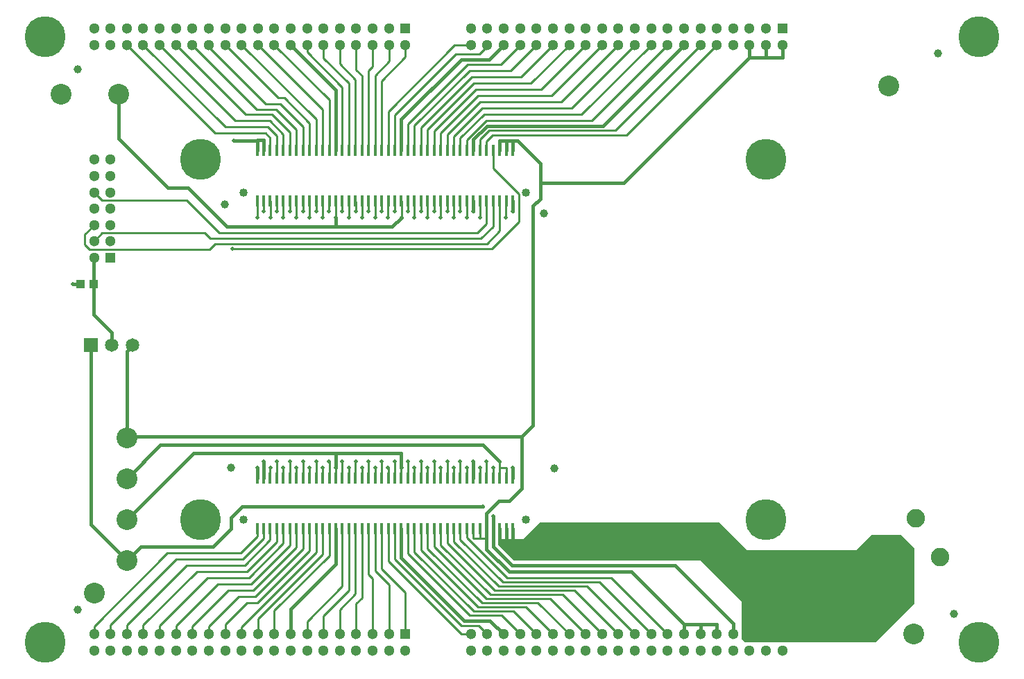
<source format=gtl>
G04 Layer_Physical_Order=1*
G04 Layer_Color=255*
%FSLAX25Y25*%
%MOIN*%
G70*
G01*
G75*
%ADD10R,0.03937X0.03937*%
%ADD11R,0.01811X0.05709*%
%ADD12C,0.03937*%
%ADD13C,0.01600*%
%ADD14C,0.01000*%
%ADD15C,0.10000*%
%ADD16C,0.06500*%
%ADD17R,0.06500X0.06500*%
%ADD18C,0.05118*%
%ADD19R,0.05118X0.05118*%
%ADD20R,0.05118X0.05118*%
%ADD21C,0.04016*%
%ADD22C,0.19685*%
%ADD23C,0.08858*%
%ADD24C,0.02000*%
G36*
X337589Y44389D02*
X390058Y44389D01*
X397244Y51575D01*
X411417D01*
X417717Y45276D01*
Y18504D01*
X399213Y0D01*
X336221D01*
X334646Y1575D01*
X334646Y19632D01*
X314978Y39300D01*
X225578Y39300D01*
X217717Y47161D01*
X217717Y49606D01*
X229906Y49606D01*
X238089Y57789D01*
X324189D01*
X337589Y44389D01*
D02*
G37*
D10*
X23550Y172300D02*
D03*
X17250D02*
D03*
D11*
X161811Y54783D02*
D03*
Y79075D02*
D03*
X158661Y54783D02*
D03*
Y79075D02*
D03*
X155512Y54783D02*
D03*
Y79075D02*
D03*
X152362Y54783D02*
D03*
Y79075D02*
D03*
X149213Y54783D02*
D03*
Y79075D02*
D03*
X146063Y54783D02*
D03*
Y79075D02*
D03*
X142913Y54783D02*
D03*
Y79075D02*
D03*
X139764Y54783D02*
D03*
Y79075D02*
D03*
X136614Y54783D02*
D03*
Y79075D02*
D03*
X133465D02*
D03*
X130315Y54783D02*
D03*
Y79075D02*
D03*
X127165Y54783D02*
D03*
Y79075D02*
D03*
X124016Y54783D02*
D03*
Y79075D02*
D03*
X120866Y54783D02*
D03*
Y79075D02*
D03*
X117717Y54783D02*
D03*
Y79075D02*
D03*
X114567Y54783D02*
D03*
Y79075D02*
D03*
X111417Y54783D02*
D03*
Y79075D02*
D03*
X108268Y54783D02*
D03*
Y79075D02*
D03*
X105118Y54783D02*
D03*
Y79075D02*
D03*
X101969Y54783D02*
D03*
Y79075D02*
D03*
X133465Y54783D02*
D03*
X196457D02*
D03*
X164961Y79075D02*
D03*
Y54783D02*
D03*
X168110Y79075D02*
D03*
Y54783D02*
D03*
X171260Y79075D02*
D03*
Y54783D02*
D03*
X174409Y79075D02*
D03*
Y54783D02*
D03*
X177559Y79075D02*
D03*
Y54783D02*
D03*
X180709Y79075D02*
D03*
Y54783D02*
D03*
X183858Y79075D02*
D03*
Y54783D02*
D03*
X187008Y79075D02*
D03*
Y54783D02*
D03*
X190157Y79075D02*
D03*
Y54783D02*
D03*
X193307Y79075D02*
D03*
Y54783D02*
D03*
X196457Y79075D02*
D03*
X199606D02*
D03*
Y54783D02*
D03*
X202756Y79075D02*
D03*
Y54783D02*
D03*
X205906Y79075D02*
D03*
Y54783D02*
D03*
X209055Y79075D02*
D03*
Y54783D02*
D03*
X212205Y79075D02*
D03*
Y54783D02*
D03*
X215354Y79075D02*
D03*
Y54783D02*
D03*
X218504Y79075D02*
D03*
Y54783D02*
D03*
X221654Y79075D02*
D03*
Y54783D02*
D03*
X224803Y79075D02*
D03*
Y54783D02*
D03*
Y212264D02*
D03*
Y236555D02*
D03*
X221654Y212264D02*
D03*
Y236555D02*
D03*
X218504Y212264D02*
D03*
Y236555D02*
D03*
X215354Y212264D02*
D03*
Y236555D02*
D03*
X212205Y212264D02*
D03*
Y236555D02*
D03*
X209055Y212264D02*
D03*
Y236555D02*
D03*
X205906Y212264D02*
D03*
Y236555D02*
D03*
X202756Y212264D02*
D03*
Y236555D02*
D03*
X199606Y212264D02*
D03*
Y236555D02*
D03*
X196457D02*
D03*
X193307Y212264D02*
D03*
Y236555D02*
D03*
X190157Y212264D02*
D03*
Y236555D02*
D03*
X187008Y212264D02*
D03*
Y236555D02*
D03*
X183858Y212264D02*
D03*
Y236555D02*
D03*
X180709Y212264D02*
D03*
Y236555D02*
D03*
X177559Y212264D02*
D03*
Y236555D02*
D03*
X174409Y212264D02*
D03*
Y236555D02*
D03*
X171260Y212264D02*
D03*
Y236555D02*
D03*
X168110Y212264D02*
D03*
Y236555D02*
D03*
X164961Y212264D02*
D03*
Y236555D02*
D03*
X196457Y212264D02*
D03*
X133465D02*
D03*
X101969Y236555D02*
D03*
Y212264D02*
D03*
X105118Y236555D02*
D03*
Y212264D02*
D03*
X108268Y236555D02*
D03*
Y212264D02*
D03*
X111417Y236555D02*
D03*
Y212264D02*
D03*
X114567Y236555D02*
D03*
Y212264D02*
D03*
X117717Y236555D02*
D03*
Y212264D02*
D03*
X120866Y236555D02*
D03*
Y212264D02*
D03*
X124016Y236555D02*
D03*
Y212264D02*
D03*
X127165Y236555D02*
D03*
Y212264D02*
D03*
X130315Y236555D02*
D03*
Y212264D02*
D03*
X133465Y236555D02*
D03*
X136614D02*
D03*
Y212264D02*
D03*
X139764Y236555D02*
D03*
Y212264D02*
D03*
X142913Y236555D02*
D03*
Y212264D02*
D03*
X146063Y236555D02*
D03*
Y212264D02*
D03*
X149213Y236555D02*
D03*
Y212264D02*
D03*
X152362Y236555D02*
D03*
Y212264D02*
D03*
X155512Y236555D02*
D03*
Y212264D02*
D03*
X158661Y236555D02*
D03*
Y212264D02*
D03*
X161811Y236555D02*
D03*
Y212264D02*
D03*
D12*
X15748Y275590D02*
D03*
X429134Y283465D02*
D03*
X436900Y13800D02*
D03*
X15748Y15748D02*
D03*
X86600Y210800D02*
D03*
X239900Y206500D02*
D03*
X244900Y83800D02*
D03*
X89600Y84100D02*
D03*
D13*
X22133Y56607D02*
Y142958D01*
Y56607D02*
X39370Y39370D01*
X89400Y54600D02*
Y60000D01*
X80800Y46000D02*
X89400Y54600D01*
X46000Y46000D02*
X80800D01*
X39370Y39370D02*
X46000Y46000D01*
X89400Y60000D02*
X94900Y65500D01*
X210600D01*
X39370Y59055D02*
X71415Y91100D01*
X39370Y78740D02*
X55530Y94900D01*
X39370Y140195D02*
X42133Y142958D01*
X39370Y98425D02*
Y140195D01*
Y98425D02*
X39945Y99000D01*
X229000D01*
X215354Y60754D02*
X215400Y60800D01*
X215354Y54783D02*
Y60754D01*
X229000Y99000D02*
X234500Y104500D01*
Y210000D01*
X238000Y213500D01*
Y221000D01*
X227200Y241300D02*
X238000Y230500D01*
Y221000D02*
Y230500D01*
Y221000D02*
X278200D01*
X229000Y74000D02*
Y99000D01*
X223000Y68000D02*
X229000Y74000D01*
X218000Y68000D02*
X223000D01*
X101969Y241571D02*
X105118D01*
X101969Y236555D02*
Y241571D01*
X90700Y241500D02*
X101811D01*
X213571Y280500D02*
X220473Y287402D01*
X200000Y280500D02*
X213571D01*
X171260Y251760D02*
X200000Y280500D01*
X171260Y236555D02*
Y251760D01*
X139764Y236555D02*
Y265748D01*
X118110Y287402D02*
X139764Y265748D01*
X268185Y248500D02*
X307087Y287402D01*
X212500Y248500D02*
X268185D01*
X205906Y241905D02*
X212500Y248500D01*
X205906Y236555D02*
Y241905D01*
X139800Y91100D02*
X171260D01*
X213910Y10500D02*
X220473Y3937D01*
X201500Y10500D02*
X213910D01*
X171260Y40740D02*
X201500Y10500D01*
X171260Y40740D02*
Y54783D01*
X281900Y34000D02*
X307087Y8813D01*
X223000Y34000D02*
X281900D01*
X212205Y44795D02*
X223000Y34000D01*
X302900Y37000D02*
X330709Y9191D01*
X224400Y37000D02*
X302900D01*
X215354Y46046D02*
X224400Y37000D01*
X118110Y3937D02*
Y16010D01*
X139764Y37664D01*
Y54783D01*
X210500Y94900D02*
X218500Y86900D01*
X55530Y94900D02*
X210500D01*
X35433Y242367D02*
X59200Y218600D01*
X35433Y242367D02*
Y263779D01*
X314961Y8813D02*
X322835D01*
X314961Y3937D02*
Y8813D01*
X322835Y3937D02*
Y8813D01*
X330709Y3937D02*
Y9191D01*
X346457Y281383D02*
X354331D01*
Y287402D01*
X307087Y8813D02*
X314961D01*
X212205Y50100D02*
Y54783D01*
Y44795D02*
Y50100D01*
X307087Y3937D02*
Y8813D01*
X215354Y46046D02*
Y54783D01*
X346457Y281383D02*
Y287402D01*
X338583Y281383D02*
X346457D01*
X338583D02*
Y287402D01*
X278200Y221000D02*
X338583Y281383D01*
X23550Y157550D02*
Y174600D01*
Y157550D02*
X32133Y148967D01*
Y142958D02*
Y148967D01*
X13500Y172300D02*
X17250D01*
X23550Y184968D02*
X23622Y185039D01*
X23550Y174600D02*
Y184968D01*
X59200Y218600D02*
X68800D01*
X87400Y200000D01*
X139800D01*
X71415Y91100D02*
X139800D01*
Y84100D02*
Y91100D01*
Y200000D02*
X166900D01*
X139800D02*
Y204400D01*
X166900Y200000D02*
X171300Y204400D01*
X212205Y62205D02*
X218000Y68000D01*
X212205Y54783D02*
Y62205D01*
X171260Y84140D02*
Y91100D01*
X224400Y42200D02*
X224803Y42603D01*
Y54783D01*
X221400Y45200D02*
X224400Y42200D01*
X218504Y48096D02*
X221400Y45200D01*
X221654Y45454D01*
Y54783D01*
X389118Y23622D02*
X406646Y41150D01*
X370079Y23622D02*
X389118D01*
X351501Y42200D02*
X370079Y23622D01*
X224400Y42200D02*
X351501D01*
X218504Y48096D02*
Y54783D01*
X224800Y84100D02*
X224803Y79075D01*
X205900Y86900D02*
X205906Y86895D01*
Y79075D02*
Y86895D01*
X105100Y86900D02*
X105118Y86882D01*
Y79075D02*
Y86882D01*
X101969Y84069D02*
X102000Y84100D01*
X101969Y79075D02*
Y84069D01*
X224803Y241300D02*
X227200D01*
X224803Y236555D02*
Y241300D01*
X221654D02*
X224803D01*
X221654Y236555D02*
Y241300D01*
X218504D02*
X221654D01*
X218504Y236555D02*
Y241300D01*
X105118Y236555D02*
Y241571D01*
X224800Y212261D02*
X224803Y212264D01*
X224800Y207300D02*
Y212261D01*
X205900Y212258D02*
X205906Y212264D01*
X205900Y207300D02*
Y212258D01*
D14*
X108268Y236555D02*
Y242732D01*
X106000Y245000D02*
X108268Y242732D01*
X81772Y245000D02*
X106000D01*
X218945Y278000D02*
X228346Y287402D01*
X203000Y278000D02*
X218945D01*
X174409Y249409D02*
X203000Y278000D01*
X208800Y283000D02*
X212598Y286798D01*
X197500Y283000D02*
X208800D01*
X168110Y253610D02*
X197500Y283000D01*
X168110Y236555D02*
Y253610D01*
X196902Y287402D02*
X204724D01*
X164961Y255461D02*
X196902Y287402D01*
X164961Y236555D02*
Y255461D01*
X274059Y246500D02*
X314961Y287402D01*
X213500Y246500D02*
X274059D01*
X209055Y242055D02*
X213500Y246500D01*
X279433Y244000D02*
X322835Y287402D01*
X215000Y244000D02*
X279433D01*
X212205Y241205D02*
X215000Y244000D01*
X146063Y84063D02*
X146100Y84100D01*
X152362Y84062D02*
X152400Y84100D01*
X149213Y86813D02*
X149300Y86900D01*
X149213Y79075D02*
Y86813D01*
X208535Y8000D02*
X212598Y3937D01*
X200000Y8000D02*
X208535D01*
X168110Y39890D02*
X200000Y8000D01*
X168110Y39890D02*
Y54783D01*
X200063Y3937D02*
X204724D01*
X164961Y39039D02*
X200063Y3937D01*
X164961Y39039D02*
Y54783D01*
X219284Y13000D02*
X228346Y3937D01*
X204000Y13000D02*
X219284D01*
X174409Y42591D02*
X204000Y13000D01*
X225157Y15000D02*
X236221Y3937D01*
X206000Y15000D02*
X225157D01*
X177559Y43441D02*
X206000Y15000D01*
X231031Y17000D02*
X244094Y3937D01*
X208000Y17000D02*
X231031D01*
X180709Y44291D02*
X208000Y17000D01*
X236906Y19000D02*
X251969Y3937D01*
X210000Y19000D02*
X236906D01*
X183858Y45142D02*
X210000Y19000D01*
X242779Y21000D02*
X259842Y3937D01*
X212000Y21000D02*
X242779D01*
X187008Y45992D02*
X212000Y21000D01*
X248654Y23000D02*
X267717Y3937D01*
X214000Y23000D02*
X248654D01*
X190157Y46843D02*
X214000Y23000D01*
X254528Y25000D02*
X275591Y3937D01*
X216000Y25000D02*
X254528D01*
X193307Y47693D02*
X216000Y25000D01*
X260402Y27000D02*
X283465Y3937D01*
X218000Y27000D02*
X260402D01*
X196457Y48543D02*
X218000Y27000D01*
X266276Y29000D02*
X291339Y3937D01*
X220000Y29000D02*
X266276D01*
X199606Y49394D02*
X220000Y29000D01*
X272150Y31000D02*
X299213Y3937D01*
X222000Y31000D02*
X272150D01*
X202756Y50244D02*
X222000Y31000D01*
X202756Y84056D02*
X202900Y84200D01*
X202756Y79075D02*
Y84056D01*
X227700Y202300D02*
Y215700D01*
X214700Y189300D02*
X227700Y202300D01*
X90100Y189300D02*
X214700D01*
X212404Y191800D02*
X218504Y197900D01*
X81900Y191800D02*
X212404D01*
X79100Y189000D02*
X81900Y191800D01*
X209500Y194300D02*
X215354Y200154D01*
X79500Y194300D02*
X209500D01*
X76900Y196900D02*
X79500Y194300D01*
X207805Y197000D02*
X212205Y201400D01*
X83700Y197000D02*
X207805D01*
X68100Y212600D02*
X83700Y197000D01*
X27609Y196900D02*
X76900D01*
X21400Y189000D02*
X79100D01*
X19100Y191300D02*
X21400Y189000D01*
X19100Y191300D02*
Y196265D01*
X23622Y200787D01*
Y192913D02*
X27609Y196900D01*
X27558Y212600D02*
X68100D01*
X23622Y216535D02*
X27558Y212600D01*
X209055Y50100D02*
X212205D01*
X209055D02*
Y54783D01*
X205906Y50100D02*
X209055D01*
X205906D02*
Y54783D01*
X218504Y84100D02*
Y86896D01*
Y79075D02*
Y84100D01*
X221654D01*
Y79075D02*
Y84100D01*
X218500Y86900D02*
X218504Y86896D01*
X171260Y79075D02*
Y84140D01*
X174409Y42591D02*
Y54783D01*
X177559Y43441D02*
Y54783D01*
X180709Y44291D02*
Y54783D01*
X183858Y45142D02*
Y54783D01*
X187008Y45992D02*
Y54783D01*
X190157Y46843D02*
Y54783D01*
X193307Y47693D02*
Y54783D01*
X196457Y48543D02*
Y54783D01*
X199606Y49394D02*
Y54783D01*
X202756Y50244D02*
Y54783D01*
X136614Y41614D02*
Y54783D01*
X110236Y15236D02*
X136614Y41614D01*
X110236Y3937D02*
Y15236D01*
X133465Y42465D02*
Y54783D01*
X102362Y11362D02*
X133465Y42465D01*
X102362Y3937D02*
Y11362D01*
X130315Y43315D02*
Y54783D01*
X94488Y7488D02*
X130315Y43315D01*
X127165Y44165D02*
Y54783D01*
X102000Y19000D02*
X127165Y44165D01*
X97000Y19000D02*
X102000D01*
X124016Y45016D02*
Y54783D01*
X101000Y22000D02*
X124016Y45016D01*
X93000Y22000D02*
X101000D01*
X120866Y45866D02*
Y54783D01*
X100000Y25000D02*
X120866Y45866D01*
X88000Y25000D02*
X100000D01*
X117717Y46716D02*
Y54783D01*
X99000Y28000D02*
X117717Y46716D01*
X83000Y28000D02*
X99000D01*
X114567Y47567D02*
Y54783D01*
X98000Y31000D02*
X114567Y47567D01*
X78000Y31000D02*
X98000D01*
X111417Y48417D02*
Y54783D01*
X97000Y34000D02*
X111417Y48417D01*
X73000Y34000D02*
X97000D01*
X108268Y49268D02*
Y54783D01*
X96000Y37000D02*
X108268Y49268D01*
X68000Y37000D02*
X96000D01*
X105118Y50118D02*
Y54783D01*
X95000Y40000D02*
X105118Y50118D01*
X63000Y40000D02*
X95000D01*
X101969Y50968D02*
Y54783D01*
X94000Y43000D02*
X101969Y50968D01*
X58748Y43000D02*
X94000D01*
X94488Y3937D02*
Y7488D01*
X142913Y26913D02*
Y54783D01*
X125984Y9984D02*
X142913Y26913D01*
X125984Y3937D02*
Y9984D01*
X146063Y25063D02*
Y54783D01*
X133858Y12858D02*
X146063Y25063D01*
X133858Y3937D02*
Y12858D01*
X149213Y23213D02*
Y54783D01*
X141732Y15732D02*
X149213Y23213D01*
X141732Y3937D02*
Y15732D01*
X152362Y21362D02*
Y54783D01*
X149606Y18606D02*
X152362Y21362D01*
X149606Y3937D02*
Y18606D01*
X78740Y7740D02*
X93000Y22000D01*
X78740Y3937D02*
Y7740D01*
X70866Y7866D02*
X88000Y25000D01*
X70866Y3937D02*
Y7866D01*
X62992Y7992D02*
X83000Y28000D01*
X62992Y3937D02*
Y7992D01*
X55118Y8118D02*
X78000Y31000D01*
X55118Y3937D02*
Y8118D01*
X47244Y8244D02*
X73000Y34000D01*
X47244Y3937D02*
Y8244D01*
X39370Y8370D02*
X68000Y37000D01*
X39370Y3937D02*
Y8370D01*
X31496Y8496D02*
X63000Y40000D01*
X31496Y3937D02*
Y8496D01*
X86614Y8614D02*
X97000Y19000D01*
X86614Y3937D02*
Y8614D01*
X23622Y7874D02*
X58748Y43000D01*
X212000Y251000D02*
X262811D01*
X202756Y241756D02*
X212000Y251000D01*
X202756Y236555D02*
Y241756D01*
X211000Y254000D02*
X257937D01*
X199606Y242606D02*
X211000Y254000D01*
X199606Y236555D02*
Y242606D01*
X210000Y257000D02*
X253063D01*
X196457Y243457D02*
X210000Y257000D01*
X196457Y236555D02*
Y243457D01*
X209000Y260000D02*
X248189D01*
X193307Y244307D02*
X209000Y260000D01*
X193307Y236555D02*
Y244307D01*
X208000Y263000D02*
X243315D01*
X190157Y245158D02*
X208000Y263000D01*
X190157Y236555D02*
Y245158D01*
X207000Y266000D02*
X238441D01*
X187008Y246008D02*
X207000Y266000D01*
X187008Y236555D02*
Y246008D01*
X206000Y269000D02*
X233567D01*
X183858Y246858D02*
X206000Y269000D01*
X183858Y236555D02*
Y246858D01*
X205000Y272000D02*
X228693D01*
X180709Y247709D02*
X205000Y272000D01*
X180709Y236555D02*
Y247709D01*
X204000Y275000D02*
X223819D01*
X177559Y248559D02*
X204000Y275000D01*
X177559Y236555D02*
Y248559D01*
X174409Y236555D02*
Y249409D01*
X262811Y251000D02*
X299213Y287402D01*
X243315Y263000D02*
X267717Y287402D01*
X238441Y266000D02*
X259842Y287402D01*
X233567Y269000D02*
X251969Y287402D01*
X248189Y260000D02*
X275591Y287402D01*
X253063Y257000D02*
X283465Y287402D01*
X257937Y254000D02*
X291339Y287402D01*
X228693Y272000D02*
X244094Y287402D01*
X223819Y275000D02*
X236221Y287402D01*
X209055Y236555D02*
Y242055D01*
X212205Y236555D02*
Y241205D01*
X117717Y236555D02*
Y245284D01*
X109000Y254000D02*
X117717Y245284D01*
X96394Y254000D02*
X109000D01*
X124016Y236555D02*
Y247984D01*
X113000Y259000D02*
X124016Y247984D01*
X106100Y259000D02*
X113000D01*
X115000Y262000D02*
X127165Y249835D01*
X112016Y262000D02*
X115000D01*
X86614Y287402D02*
X112016Y262000D01*
X78740Y286360D02*
X106100Y259000D01*
X62992Y287402D02*
X96394Y254000D01*
X114567Y236555D02*
Y244433D01*
X108000Y251000D02*
X114567Y244433D01*
X91520Y251000D02*
X108000D01*
X55118Y287402D02*
X91520Y251000D01*
X111417Y236555D02*
Y243583D01*
X107000Y248000D02*
X111417Y243583D01*
X86646Y248000D02*
X107000D01*
X47244Y287402D02*
X86646Y248000D01*
X39370Y287402D02*
X81772Y245000D01*
X127165Y236555D02*
Y249835D01*
X130315Y236555D02*
Y251575D01*
X94488Y287402D02*
X130315Y251575D01*
X133465Y236555D02*
Y256299D01*
X102362Y287402D02*
X133465Y256299D01*
X136614Y236555D02*
Y261024D01*
X110236Y287402D02*
X136614Y261024D01*
X142913Y236555D02*
Y267087D01*
X125984Y284016D02*
X142913Y267087D01*
X125984Y284016D02*
Y287402D01*
X146063Y236555D02*
Y268937D01*
X133858Y281142D02*
X146063Y268937D01*
X133858Y281142D02*
Y287402D01*
X141732Y278268D02*
X149213Y270787D01*
X141732Y278268D02*
Y287402D01*
X149213Y236555D02*
Y270787D01*
X152362Y236555D02*
Y272638D01*
X149606Y275394D02*
X152362Y272638D01*
X149606Y275394D02*
Y287402D01*
X215354Y228046D02*
Y236555D01*
Y228046D02*
X227700Y215700D01*
X215354Y200154D02*
Y212264D01*
X218504Y197900D02*
Y212264D01*
X212205Y201400D02*
Y212264D01*
X215354Y84054D02*
X215400Y84100D01*
X215354Y79075D02*
Y84054D01*
X212200Y86900D02*
X212205Y86895D01*
Y79075D02*
Y86895D01*
X209055Y84055D02*
X209100Y84100D01*
X209055Y79075D02*
Y84055D01*
X199600Y86900D02*
X199606Y86894D01*
Y79075D02*
Y86894D01*
X196457Y84057D02*
X196500Y84100D01*
X196457Y79075D02*
Y84057D01*
X193300Y86900D02*
X193307Y86893D01*
Y79075D02*
Y86893D01*
X190157Y84057D02*
X190200Y84100D01*
X190157Y79075D02*
Y84057D01*
X187000Y86900D02*
X187008Y86892D01*
Y79075D02*
Y86892D01*
X183858Y84058D02*
X183900Y84100D01*
X183858Y79075D02*
Y84058D01*
X180700Y86900D02*
X180709Y86891D01*
Y79075D02*
Y86891D01*
X177559Y84059D02*
X177600Y84100D01*
X177559Y79075D02*
Y84059D01*
X174400Y86900D02*
X174409Y86891D01*
Y79075D02*
Y86891D01*
X168100Y86900D02*
X168110Y86890D01*
Y79075D02*
Y86890D01*
X164900Y84100D02*
X164961Y84039D01*
Y79075D02*
Y84039D01*
X161811Y86811D02*
X161900Y86900D01*
X161811Y79075D02*
Y86811D01*
X158661Y84061D02*
X158700Y84100D01*
X158661Y79075D02*
Y84061D01*
X155512Y86812D02*
X155600Y86900D01*
X155512Y79075D02*
Y86812D01*
X152362Y79075D02*
Y84062D01*
X146063Y79075D02*
Y84063D01*
X142900Y86900D02*
X142913Y86887D01*
Y79075D02*
Y86887D01*
X139764Y84064D02*
X139800Y84100D01*
X139764Y79075D02*
Y84064D01*
X136600Y86900D02*
X136614Y86886D01*
Y79075D02*
Y86886D01*
X133465Y84065D02*
X133500Y84100D01*
X133465Y79075D02*
Y84065D01*
X130300Y86900D02*
X130315Y86885D01*
Y79075D02*
Y86885D01*
X127079Y84100D02*
X127165Y84013D01*
Y79075D02*
Y84013D01*
X124016Y86837D02*
X124079Y86900D01*
X124016Y79075D02*
Y86837D01*
X120866Y84087D02*
X120879Y84100D01*
X120866Y79075D02*
Y84087D01*
X117717Y86838D02*
X117779Y86900D01*
X117717Y79075D02*
Y86838D01*
X114567Y84088D02*
X114579Y84100D01*
X114567Y79075D02*
Y84088D01*
X111417Y86839D02*
X111479Y86900D01*
X111417Y79075D02*
Y86839D01*
X108268Y84089D02*
X108279Y84100D01*
X108268Y79075D02*
Y84089D01*
X221600Y212210D02*
X221654Y212264D01*
X221600Y204400D02*
Y212210D01*
X209055Y212264D02*
X209100Y212219D01*
Y204400D02*
Y212219D01*
X202756Y212264D02*
X202800Y212220D01*
Y204400D02*
Y212220D01*
X199600Y212257D02*
X199606Y212264D01*
X199600Y207300D02*
Y212257D01*
X196457Y212264D02*
X196500Y212220D01*
Y204400D02*
Y212220D01*
X193300Y212257D02*
X193307Y212264D01*
X193300Y207300D02*
Y212257D01*
X190157Y212264D02*
X190200Y212221D01*
Y204400D02*
Y212221D01*
X187000Y212256D02*
X187008Y212264D01*
X187000Y207300D02*
Y212256D01*
X183858Y212264D02*
X183900Y212222D01*
Y204400D02*
Y212222D01*
X180700Y212255D02*
X180709Y212264D01*
X180700Y207300D02*
Y212255D01*
X177559Y212264D02*
X177600Y212223D01*
Y204400D02*
Y212223D01*
X174400Y212254D02*
X174409Y212264D01*
X174400Y207300D02*
Y212254D01*
X171260Y212264D02*
X171300Y212224D01*
Y204400D02*
Y212224D01*
X168100Y212253D02*
X168110Y212264D01*
X168100Y207300D02*
Y212253D01*
X164900Y212203D02*
X164961Y212264D01*
X164900Y204400D02*
Y212203D01*
X161811Y212264D02*
X161900Y212175D01*
Y207300D02*
Y212175D01*
X158661Y212264D02*
X158700Y212225D01*
Y204400D02*
Y212225D01*
X155512Y212264D02*
X155600Y212175D01*
Y207300D02*
Y212175D01*
X152362Y212264D02*
X152400Y212226D01*
Y204400D02*
Y212226D01*
X149213Y212264D02*
X149300Y212176D01*
Y207300D02*
Y212176D01*
X146063Y212264D02*
X146100Y212227D01*
Y204400D02*
Y212227D01*
X142900Y212250D02*
X142913Y212264D01*
X142900Y207300D02*
Y212250D01*
X139764Y212264D02*
X139800Y212228D01*
Y204400D02*
Y212228D01*
X136600Y212250D02*
X136614Y212264D01*
X136600Y207300D02*
Y212250D01*
X133465Y212264D02*
X133500Y212228D01*
Y204400D02*
Y212228D01*
X130315Y212264D02*
X130400Y212179D01*
Y207300D02*
Y212179D01*
X127165Y212264D02*
X127200Y212229D01*
Y204400D02*
Y212229D01*
X124000Y212248D02*
X124016Y212264D01*
X124000Y207300D02*
Y212248D01*
X120866Y212264D02*
X120900Y212230D01*
Y204400D02*
Y212230D01*
X117717Y212264D02*
X117800Y212180D01*
Y207300D02*
Y212180D01*
X114567Y212264D02*
X114600Y212231D01*
Y204400D02*
Y212231D01*
X111400Y212246D02*
X111417Y212264D01*
X111400Y207300D02*
Y212246D01*
X108268Y212264D02*
X108311Y212220D01*
Y204400D02*
Y212220D01*
X105100Y212246D02*
X105118Y212264D01*
X105100Y207300D02*
Y212246D01*
X101969Y212264D02*
X102000Y212232D01*
Y204400D02*
Y212232D01*
X212598Y286798D02*
Y287402D01*
X173228Y281628D02*
Y287402D01*
X161811Y270211D02*
X173228Y281628D01*
X161811Y236555D02*
Y270211D01*
X165354Y279554D02*
Y287402D01*
X158661Y272861D02*
X165354Y279554D01*
X158661Y236555D02*
Y272861D01*
X157480Y276880D02*
Y287402D01*
X155512Y274912D02*
X157480Y276880D01*
X155512Y236555D02*
Y274912D01*
X78740Y286360D02*
Y287402D01*
X70866D02*
X101868Y256400D01*
X111200D01*
X120866Y246734D01*
Y236555D02*
Y246734D01*
X161811Y35489D02*
Y54783D01*
Y35489D02*
X173228Y24072D01*
Y3937D02*
Y24072D01*
X158661Y34339D02*
Y54783D01*
Y34339D02*
X165354Y27646D01*
Y3937D02*
Y27646D01*
X155512Y32688D02*
Y54783D01*
Y32688D02*
X157480Y30720D01*
Y3937D02*
Y30720D01*
X31496Y3937D02*
X31496Y3937D01*
X23622D02*
Y7874D01*
D15*
X405512Y267717D02*
D03*
X417323Y3937D02*
D03*
X370079Y23622D02*
D03*
X23622D02*
D03*
X39370Y59055D02*
D03*
Y78740D02*
D03*
Y98425D02*
D03*
Y39370D02*
D03*
X35433Y263779D02*
D03*
X7874D02*
D03*
D16*
X42133Y142958D02*
D03*
X32133D02*
D03*
D17*
X22133D02*
D03*
D18*
X31496Y208661D02*
D03*
X23622D02*
D03*
X31496Y216535D02*
D03*
X23622D02*
D03*
Y200787D02*
D03*
X31496D02*
D03*
X23622Y192913D02*
D03*
X31496D02*
D03*
X23622Y185039D02*
D03*
Y232283D02*
D03*
X31496D02*
D03*
X23622Y224410D02*
D03*
X31496D02*
D03*
X314961Y3937D02*
D03*
Y-3937D02*
D03*
X307087Y3937D02*
D03*
Y-3937D02*
D03*
X354331D02*
D03*
X346457Y3937D02*
D03*
Y-3937D02*
D03*
X338583Y3937D02*
D03*
Y-3937D02*
D03*
X322835D02*
D03*
Y3937D02*
D03*
X330709Y-3937D02*
D03*
Y3937D02*
D03*
X299213D02*
D03*
Y-3937D02*
D03*
X291339Y3937D02*
D03*
Y-3937D02*
D03*
X283465Y3937D02*
D03*
Y-3937D02*
D03*
X275591Y3937D02*
D03*
Y-3937D02*
D03*
X267717Y3937D02*
D03*
Y-3937D02*
D03*
X259842Y3937D02*
D03*
Y-3937D02*
D03*
X251969Y3937D02*
D03*
Y-3937D02*
D03*
X244094Y3937D02*
D03*
Y-3937D02*
D03*
X236221Y3937D02*
D03*
Y-3937D02*
D03*
X228346Y3937D02*
D03*
Y-3937D02*
D03*
X220473Y3937D02*
D03*
Y-3937D02*
D03*
X212598Y3937D02*
D03*
Y-3937D02*
D03*
X204724Y3937D02*
D03*
Y-3937D02*
D03*
X23622D02*
D03*
Y3937D02*
D03*
X31496Y-3937D02*
D03*
Y3937D02*
D03*
X39370Y-3937D02*
D03*
Y3937D02*
D03*
X47244Y-3937D02*
D03*
Y3937D02*
D03*
X55118Y-3937D02*
D03*
Y3937D02*
D03*
X62992Y-3937D02*
D03*
Y3937D02*
D03*
X70866Y-3937D02*
D03*
Y3937D02*
D03*
X78740Y-3937D02*
D03*
Y3937D02*
D03*
X86614Y-3937D02*
D03*
Y3937D02*
D03*
X94488Y-3937D02*
D03*
Y3937D02*
D03*
X102362Y-3937D02*
D03*
Y3937D02*
D03*
X110236Y-3937D02*
D03*
Y3937D02*
D03*
X118110Y-3937D02*
D03*
Y3937D02*
D03*
X149606D02*
D03*
Y-3937D02*
D03*
X141732Y3937D02*
D03*
Y-3937D02*
D03*
X157480D02*
D03*
Y3937D02*
D03*
X165354Y-3937D02*
D03*
Y3937D02*
D03*
X173228Y-3937D02*
D03*
X125984D02*
D03*
Y3937D02*
D03*
X133858Y-3937D02*
D03*
Y3937D02*
D03*
X314961Y295276D02*
D03*
Y287402D02*
D03*
X307087Y295276D02*
D03*
Y287402D02*
D03*
X354331D02*
D03*
X346457Y295276D02*
D03*
Y287402D02*
D03*
X338583Y295276D02*
D03*
Y287402D02*
D03*
X322835D02*
D03*
Y295276D02*
D03*
X330709Y287402D02*
D03*
Y295276D02*
D03*
X299213D02*
D03*
Y287402D02*
D03*
X291339Y295276D02*
D03*
Y287402D02*
D03*
X283465Y295276D02*
D03*
Y287402D02*
D03*
X275591Y295276D02*
D03*
Y287402D02*
D03*
X267717Y295276D02*
D03*
Y287402D02*
D03*
X259842Y295276D02*
D03*
Y287402D02*
D03*
X251969Y295276D02*
D03*
Y287402D02*
D03*
X244094Y295276D02*
D03*
Y287402D02*
D03*
X236221Y295276D02*
D03*
Y287402D02*
D03*
X228346Y295276D02*
D03*
Y287402D02*
D03*
X220473Y295276D02*
D03*
Y287402D02*
D03*
X212598Y295276D02*
D03*
Y287402D02*
D03*
X204724Y295276D02*
D03*
Y287402D02*
D03*
X23622D02*
D03*
Y295276D02*
D03*
X31496Y287402D02*
D03*
Y295276D02*
D03*
X39370Y287402D02*
D03*
Y295276D02*
D03*
X47244Y287402D02*
D03*
Y295276D02*
D03*
X55118Y287402D02*
D03*
Y295276D02*
D03*
X62992Y287402D02*
D03*
Y295276D02*
D03*
X70866Y287402D02*
D03*
Y295276D02*
D03*
X78740Y287402D02*
D03*
Y295276D02*
D03*
X86614Y287402D02*
D03*
Y295276D02*
D03*
X94488Y287402D02*
D03*
Y295276D02*
D03*
X102362Y287402D02*
D03*
Y295276D02*
D03*
X110236Y287402D02*
D03*
Y295276D02*
D03*
X118110Y287402D02*
D03*
Y295276D02*
D03*
X149606D02*
D03*
Y287402D02*
D03*
X141732Y295276D02*
D03*
Y287402D02*
D03*
X157480D02*
D03*
Y295276D02*
D03*
X165354Y287402D02*
D03*
Y295276D02*
D03*
X173228Y287402D02*
D03*
X125984D02*
D03*
Y295276D02*
D03*
X133858Y287402D02*
D03*
Y295276D02*
D03*
D19*
X31496Y185039D02*
D03*
D20*
X354331Y3937D02*
D03*
X173228D02*
D03*
X354331Y295276D02*
D03*
X173228D02*
D03*
D21*
X231240Y58917D02*
D03*
X95531D02*
D03*
Y216398D02*
D03*
X231240D02*
D03*
D22*
X0Y0D02*
D03*
X448819D02*
D03*
X0Y291339D02*
D03*
X448819D02*
D03*
X74803Y232283D02*
D03*
X346457D02*
D03*
Y59055D02*
D03*
X74803D02*
D03*
D23*
X406646Y41150D02*
D03*
X430268D02*
D03*
X418457Y59654D02*
D03*
D24*
X210600Y65500D02*
D03*
X215400Y60800D02*
D03*
X90700Y241500D02*
D03*
X146100Y84100D02*
D03*
X152400D02*
D03*
X149300Y86900D02*
D03*
X202900Y84200D02*
D03*
X13500Y172300D02*
D03*
X90100Y189300D02*
D03*
X224800Y207300D02*
D03*
X221600Y204400D02*
D03*
X105100Y207300D02*
D03*
X205900D02*
D03*
X199600D02*
D03*
X193300D02*
D03*
X187000D02*
D03*
X180700D02*
D03*
X174400D02*
D03*
X168100D02*
D03*
X161900D02*
D03*
X155600D02*
D03*
X149300D02*
D03*
X142900D02*
D03*
X136600D02*
D03*
X130400D02*
D03*
X124000D02*
D03*
X117800D02*
D03*
X111400D02*
D03*
X102000Y204400D02*
D03*
X209100D02*
D03*
X202800D02*
D03*
X196500D02*
D03*
X190200D02*
D03*
X183900D02*
D03*
X177600D02*
D03*
X171300D02*
D03*
X164900D02*
D03*
X158700D02*
D03*
X152400D02*
D03*
X146100D02*
D03*
X139800D02*
D03*
X133500D02*
D03*
X127200D02*
D03*
X120900D02*
D03*
X114600D02*
D03*
X108311D02*
D03*
X105100Y86900D02*
D03*
X130300D02*
D03*
X136600D02*
D03*
X142900D02*
D03*
X155600D02*
D03*
X161900D02*
D03*
X168100D02*
D03*
X174400D02*
D03*
X180700D02*
D03*
X187000D02*
D03*
X193300D02*
D03*
X199600D02*
D03*
X205900D02*
D03*
X212200D02*
D03*
X218500D02*
D03*
X224800Y84100D02*
D03*
X124079Y86900D02*
D03*
X117779D02*
D03*
X111479D02*
D03*
X102000Y84100D02*
D03*
X215400D02*
D03*
X133500D02*
D03*
X139800D02*
D03*
X158700D02*
D03*
X164900D02*
D03*
X171300D02*
D03*
X177600D02*
D03*
X183900D02*
D03*
X190200D02*
D03*
X196500D02*
D03*
X209100D02*
D03*
X127079D02*
D03*
X120879D02*
D03*
X114579D02*
D03*
X108279D02*
D03*
M02*

</source>
